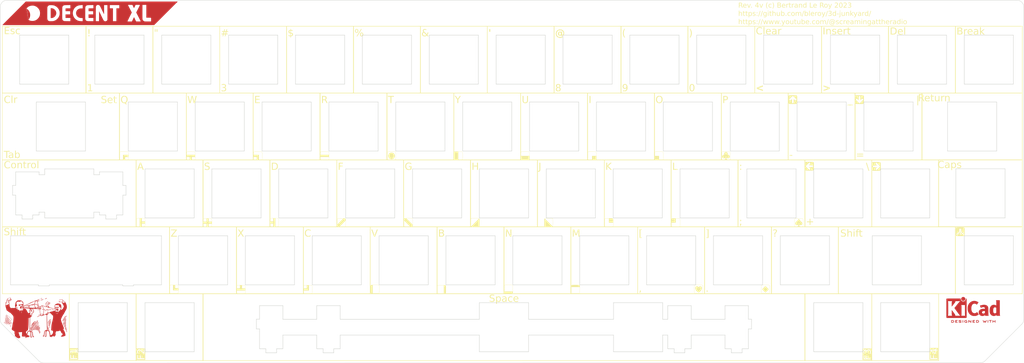
<source format=kicad_pcb>
(kicad_pcb (version 20221018) (generator pcbnew)
  (title_block (title "DecentXL vintage plate") (date "2024-02-15") (rev "4v") (company "Decent Consulting"))
  (layers (0 "F.Cu" signal) (31 "B.Cu" signal) (34 "B.Paste" user) (35 "F.Paste" user) (36 "B.SilkS" user "B.Silkscreen") (37 "F.SilkS" user "F.Silkscreen") (38 "B.Mask" user) (39 "F.Mask" user) (44 "Edge.Cuts" user))
  (net 0 "")
  (footprint "LOGO" (layer "F.Cu") (at 129.8944 84.6636)
    (fp_text reference "G***" hide)
    (fp_text value "LOGO" hide)
  )
  (footprint "DecentXL:MX-1-00U-Hole" (layer "F.Cu") (at 109.5375 95.4)
    (fp_text reference "SWX1" hide)
    (fp_text value "SW_Push_45deg" hide)
    (fp_line (start -7 -7) (end -7 7) (stroke (width 0.12)) (layer "Edge.Cuts"))
    (fp_line (start -7 -7) (end 7 -7) (stroke (width 0.12)) (layer "Edge.Cuts"))
    (fp_line (start -7 7) (end 7 7) (stroke (width 0.12)) (layer "Edge.Cuts"))
    (fp_line (start 7 -7) (end 7 7) (stroke (width 0.12)) (layer "Edge.Cuts"))
  )
  (footprint "DecentXL:MX-1-00U-Hole" (layer "F.Cu") (at 247.65 57.24)
    (fp_text reference "SWP1" hide)
    (fp_text value "SW_Push_45deg" hide)
    (fp_line (start -7 -7) (end -7 7) (stroke (width 0.12)) (layer "Edge.Cuts"))
    (fp_line (start -7 -7) (end 7 -7) (stroke (width 0.12)) (layer "Edge.Cuts"))
    (fp_line (start -7 7) (end 7 7) (stroke (width 0.12)) (layer "Edge.Cuts"))
    (fp_line (start 7 -7) (end 7 7) (stroke (width 0.12)) (layer "Edge.Cuts"))
  )
  (footprint "DecentXL:MX-1-00U-Hole" (layer "F.Cu") (at 80.9625 114.48)
    (fp_text reference "SWFn2" hide)
    (fp_text value "SW_Push_45deg" hide)
    (fp_line (start -7 -7) (end -7 7) (stroke (width 0.12)) (layer "Edge.Cuts"))
    (fp_line (start -7 -7) (end 7 -7) (stroke (width 0.12)) (layer "Edge.Cuts"))
    (fp_line (start -7 7) (end 7 7) (stroke (width 0.12)) (layer "Edge.Cuts"))
    (fp_line (start 7 -7) (end 7 7) (stroke (width 0.12)) (layer "Edge.Cuts"))
  )
  (footprint "LOGO" (layer "F.Cu") (at 225.1444 84.6636)
    (fp_text reference "G***" hide)
    (fp_text value "LOGO" hide)
  )
  (footprint "DecentXL:MX-1-00U-Hole" (layer "F.Cu") (at 257.175 38.16)
    (fp_text reference "SWLT1" hide)
    (fp_text value "SW_Push_45deg" hide)
    (fp_line (start -7 -7) (end -7 7) (stroke (width 0.12)) (layer "Edge.Cuts"))
    (fp_line (start -7 -7) (end 7 -7) (stroke (width 0.12)) (layer "Edge.Cuts"))
    (fp_line (start -7 7) (end 7 7) (stroke (width 0.12)) (layer "Edge.Cuts"))
    (fp_line (start 7 -7) (end 7 7) (stroke (width 0.12)) (layer "Edge.Cuts"))
  )
  (footprint "DecentXL:MX-1-00U-Hole" (layer "F.Cu") (at 252.4125 76.32)
    (fp_text reference "SWSemi1" hide)
    (fp_text value "SW_Push_45deg" hide)
    (fp_line (start -7 -7) (end -7 7) (stroke (width 0.12)) (layer "Edge.Cuts"))
    (fp_line (start -7 -7) (end 7 -7) (stroke (width 0.12)) (layer "Edge.Cuts"))
    (fp_line (start -7 7) (end 7 7) (stroke (width 0.12)) (layer "Edge.Cuts"))
    (fp_line (start 7 -7) (end 7 7) (stroke (width 0.12)) (layer "Edge.Cuts"))
  )
  (footprint "DecentXL:MX-1-00U-Hole" (layer "F.Cu") (at 176.2125 76.32)
    (fp_text reference "SWH1" hide)
    (fp_text value "SW_Push_45deg" hide)
    (fp_line (start -7 -7) (end -7 7) (stroke (width 0.12)) (layer "Edge.Cuts"))
    (fp_line (start -7 -7) (end 7 -7) (stroke (width 0.12)) (layer "Edge.Cuts"))
    (fp_line (start -7 7) (end 7 7) (stroke (width 0.12)) (layer "Edge.Cuts"))
    (fp_line (start 7 -7) (end 7 7) (stroke (width 0.12)) (layer "Edge.Cuts"))
  )
  (footprint "DecentXL:MX-1-00U-Hole" (layer "F.Cu") (at 128.5875 95.4)
    (fp_text reference "SWC1" hide)
    (fp_text value "SW_Push_45deg" hide)
    (fp_line (start -7 -7) (end -7 7) (stroke (width 0.12)) (layer "Edge.Cuts"))
    (fp_line (start -7 -7) (end 7 -7) (stroke (width 0.12)) (layer "Edge.Cuts"))
    (fp_line (start -7 7) (end 7 7) (stroke (width 0.12)) (layer "Edge.Cuts"))
    (fp_line (start 7 -7) (end 7 7) (stroke (width 0.12)) (layer "Edge.Cuts"))
  )
  (footprint "DecentXL:MX-1-00U-Hole" (layer "F.Cu") (at 314.325 38.16)
    (fp_text reference "SWBrk2" hide)
    (fp_text value "SW_Push_45deg" hide)
    (fp_line (start -7 -7) (end -7 7) (stroke (width 0.12)) (layer "Edge.Cuts"))
    (fp_line (start -7 -7) (end 7 -7) (stroke (width 0.12)) (layer "Edge.Cuts"))
    (fp_line (start -7 7) (end 7 7) (stroke (width 0.12)) (layer "Edge.Cuts"))
    (fp_line (start 7 -7) (end 7 7) (stroke (width 0.12)) (layer "Edge.Cuts"))
  )
  (footprint "DecentXL:MX-1-00U-Hole" (layer "F.Cu") (at 90.4875 95.4)
    (fp_text reference "SWZ1" hide)
    (fp_text value "SW_Push_45deg" hide)
    (fp_line (start -7 -7) (end -7 7) (stroke (width 0.12)) (layer "Edge.Cuts"))
    (fp_line (start -7 -7) (end 7 -7) (stroke (width 0.12)) (layer "Edge.Cuts"))
    (fp_line (start -7 7) (end 7 7) (stroke (width 0.12)) (layer "Edge.Cuts"))
    (fp_line (start 7 -7) (end 7 7) (stroke (width 0.12)) (layer "Edge.Cuts"))
  )
  (footprint "DecentXL:MX-1-00U-Hole" (layer "F.Cu") (at 261.9375 95.4)
    (fp_text reference "SWSlash1" hide)
    (fp_text value "SW_Push_45deg" hide)
    (fp_line (start -7 -7) (end -7 7) (stroke (width 0.12)) (layer "Edge.Cuts"))
    (fp_line (start -7 -7) (end 7 -7) (stroke (width 0.12)) (layer "Edge.Cuts"))
    (fp_line (start -7 7) (end 7 7) (stroke (width 0.12)) (layer "Edge.Cuts"))
    (fp_line (start 7 -7) (end 7 7) (stroke (width 0.12)) (layer "Edge.Cuts"))
  )
  (footprint "LOGO" (layer "F.Cu") (at 86.9944 65.6136)
    (fp_text reference "G***" hide)
    (fp_text value "LOGO" hide)
  )
  (footprint "DecentXL:MX-1-00U-Hole" (layer "F.Cu") (at 195.2625 76.32)
    (fp_text reference "SWJ1" hide)
    (fp_text value "SW_Push_45deg" hide)
    (fp_line (start -7 -7) (end -7 7) (stroke (width 0.12)) (layer "Edge.Cuts"))
    (fp_line (start -7 -7) (end 7 -7) (stroke (width 0.12)) (layer "Edge.Cuts"))
    (fp_line (start -7 7) (end 7 7) (stroke (width 0.12)) (layer "Edge.Cuts"))
    (fp_line (start 7 -7) (end 7 7) (stroke (width 0.12)) (layer "Edge.Cuts"))
  )
  (footprint "DecentXL:MX-1-00U-Hole" (layer "F.Cu") (at 314.325 95.4)
    (fp_text reference "SWInv1" hide)
    (fp_text value "SW_Push_45deg" hide)
    (fp_line (start -7 -7) (end -7 7) (stroke (width 0.12)) (layer "Edge.Cuts"))
    (fp_line (start -7 -7) (end 7 -7) (stroke (width 0.12)) (layer "Edge.Cuts"))
    (fp_line (start -7 7) (end 7 7) (stroke (width 0.12)) (layer "Edge.Cuts"))
    (fp_line (start 7 -7) (end 7 7) (stroke (width 0.12)) (layer "Edge.Cuts"))
  )
  (footprint "DecentXL:MX-1-00U-Hole" (layer "F.Cu") (at 266.7 57.24)
    (fp_text reference "SWDash1" hide)
    (fp_text value "SW_Push_45deg" hide)
    (fp_line (start -7 -7) (end -7 7) (stroke (width 0.12)) (layer "Edge.Cuts"))
    (fp_line (start -7 -7) (end 7 -7) (stroke (width 0.12)) (layer "Edge.Cuts"))
    (fp_line (start -7 7) (end 7 7) (stroke (width 0.12)) (layer "Edge.Cuts"))
    (fp_line (start 7 -7) (end 7 7) (stroke (width 0.12)) (layer "Edge.Cuts"))
  )
  (footprint "DecentXL:MX-1-50U-Hole" (layer "F.Cu") (at 309.5625 57.24)
    (fp_text reference "SWRet1" hide)
    (fp_text value "SWITCH" hide)
    (fp_line (start -7 -7) (end -7 7) (stroke (width 0.12)) (layer "Edge.Cuts"))
    (fp_line (start -7 -7) (end 7 -7) (stroke (width 0.12)) (layer "Edge.Cuts"))
    (fp_line (start -7 7) (end 7 7) (stroke (width 0.12)) (layer "Edge.Cuts"))
    (fp_line (start 7 -7) (end 7 7) (stroke (width 0.12)) (layer "Edge.Cuts"))
  )
  (footprint "Symbol:KiCad-Logo2_6mm_Copper" (layer "F.Cu") (at 309.8971 108.830634)
    (fp_text reference "REF**" hide)
    (fp_text value "KiCad-Logo2_6mm_Copper" hide)
  )
  (footprint "LOGO" (layer "F.Cu") (at 282.2944 68.6136 90)
    (fp_text reference "G***" hide)
    (fp_text value "LOGO" hide)
  )
  (footprint "DecentXL:MX-1-75U-Hole" (layer "F.Cu") (at 288.13125 95.4)
    (fp_text reference "SWRightSft1" hide)
    (fp_text value "SW_Push_45deg" hide)
    (fp_line (start -7 -7) (end -7 7) (stroke (width 0.12)) (layer "Edge.Cuts"))
    (fp_line (start -7 -7) (end 7 -7) (stroke (width 0.12)) (layer "Edge.Cuts"))
    (fp_line (start -7 7) (end 7 7) (stroke (width 0.12)) (layer "Edge.Cuts"))
    (fp_line (start 7 -7) (end 7 7) (stroke (width 0.12)) (layer "Edge.Cuts"))
  )
  (footprint "DecentXL:MX-1-00U-Hole" (layer "F.Cu") (at 100.0125 76.32)
    (fp_text reference "SWS1" hide)
    (fp_text value "SW_Push_45deg" hide)
    (fp_line (start -7 -7) (end -7 7) (stroke (width 0.12)) (layer "Edge.Cuts"))
    (fp_line (start -7 -7) (end 7 -7) (stroke (width 0.12)) (layer "Edge.Cuts"))
    (fp_line (start -7 7) (end 7 7) (stroke (width 0.12)) (layer "Edge.Cuts"))
    (fp_line (start 7 -7) (end 7 7) (stroke (width 0.12)) (layer "Edge.Cuts"))
  )
  (footprint "LOGO" (layer "F.Cu") (at 182.2444 65.6136)
    (fp_text reference "G***" hide)
    (fp_text value "LOGO" hide)
  )
  (footprint "LOGO" (layer "F.Cu") (at 139.4444 103.6636)
    (fp_text reference "G***" hide)
    (fp_text value "LOGO" hide)
  )
  (footprint "DecentXL:MX-1-75U-Hole" (layer "F.Cu") (at 50.00625 57.24)
    (fp_text reference "SWTab1" hide)
    (fp_text value "SW_Push_45deg" hide)
    (fp_line (start -7 -7) (end -7 7) (stroke (width 0.12)) (layer "Edge.Cuts"))
    (fp_line (start -7 -7) (end 7 -7) (stroke (width 0.12)) (layer "Edge.Cuts"))
    (fp_line (start -7 7) (end 7 7) (stroke (width 0.12)) (layer "Edge.Cuts"))
    (fp_line (start 7 -7) (end 7 7) (stroke (width 0.12)) (layer "Edge.Cuts"))
  )
  (footprint "DecentXL:MX-1-00U-Hole" (layer "F.Cu") (at 104.775 38.16)
    (fp_text reference "SW3" hide)
    (fp_text value "SW_Push_45deg" hide)
    (fp_line (start -7 -7) (end -7 7) (stroke (width 0.12)) (layer "Edge.Cuts"))
    (fp_line (start -7 -7) (end 7 -7) (stroke (width 0.12)) (layer "Edge.Cuts"))
    (fp_line (start -7 7) (end 7 7) (stroke (width 0.12)) (layer "Edge.Cuts"))
    (fp_line (start 7 -7) (end 7 7) (stroke (width 0.12)) (layer "Edge.Cuts"))
  )
  (footprint "DecentXL:MX-1-00U-Hole" (layer "F.Cu") (at 138.1125 76.32)
    (fp_text reference "SWF1" hide)
    (fp_text value "SW_Push_45deg" hide)
    (fp_line (start -7 -7) (end -7 7) (stroke (width 0.12)) (layer "Edge.Cuts"))
    (fp_line (start -7 -7) (end 7 -7) (stroke (width 0.12)) (layer "Edge.Cuts"))
    (fp_line (start -7 7) (end 7 7) (stroke (width 0.12)) (layer "Edge.Cuts"))
    (fp_line (start 7 -7) (end 7 7) (stroke (width 0.12)) (layer "Edge.Cuts"))
  )
  (footprint "LOGO" (layer "F.Cu") (at 258.4944 49.5636 180)
    (fp_text reference "G***" hide)
    (fp_text value "LOGO" hide)
  )
  (footprint "LOGO" (layer "F.Cu") (at 125.1444 65.6136)
    (fp_text reference "G***" hide)
    (fp_text value "LOGO" hide)
  )
  (footprint "LOGO" (layer "F.Cu") (at 67.9944 65.6136)
    (fp_text reference "G***" hide)
    (fp_text value "LOGO" hide)
  )
  (footprint "DecentXL:MX-1-00U-Hole" (layer "F.Cu") (at 171.45 57.24)
    (fp_text reference "SWY1" hide)
    (fp_text value "SW_Push_45deg" hide)
    (fp_line (start -7 -7) (end -7 7) (stroke (width 0.12)) (layer "Edge.Cuts"))
    (fp_line (start -7 -7) (end 7 -7) (stroke (width 0.12)) (layer "Edge.Cuts"))
    (fp_line (start -7 7) (end 7 7) (stroke (width 0.12)) (layer "Edge.Cuts"))
    (fp_line (start 7 -7) (end 7 7) (stroke (width 0.12)) (layer "Edge.Cuts"))
  )
  (footprint "LOGO" (layer "F.Cu") (at 239.4444 65.6136)
    (fp_text reference "G***" hide)
    (fp_text value "LOGO" hide)
  )
  (footprint "DecentXL:MX-1-00U-Hole" (layer "F.Cu") (at 133.35 57.24)
    (fp_text reference "SWR1" hide)
    (fp_text value "SW_Push_45deg" hide)
    (fp_line (start -7 -7) (end -7 7) (stroke (width 0.12)) (layer "Edge.Cuts"))
    (fp_line (start -7 -7) (end 7 -7) (stroke (width 0.12)) (layer "Edge.Cuts"))
    (fp_line (start -7 7) (end 7 7) (stroke (width 0.12)) (layer "Edge.Cuts"))
    (fp_line (start 7 -7) (end 7 7) (stroke (width 0.12)) (layer "Edge.Cuts"))
  )
  (footprint "LOGO" (layer "F.Cu") (at 260.1944 84.6636)
    (fp_text reference "G***" hide)
    (fp_text value "LOGO" hide)
  )
  (footprint "LOGO" (layer "F.Cu") (at 250.6944 103.6636)
    (fp_text reference "G***" hide)
    (fp_text value "LOGO" hide)
  )
  (footprint "LOGO" (layer "F.Cu") (at 206.0944 84.6636)
    (fp_text reference "G***" hide)
    (fp_text value "LOGO" hide)
  )
  (footprint "LOGO" (layer "F.Cu") (at 163.1944 65.6136)
    (fp_text reference "G***" hide)
    (fp_text value "LOGO" hide)
  )
  (footprint "DecentXL:MX-1-00U-Hole" (layer "F.Cu") (at 119.0625 76.32)
    (fp_text reference "SWD1" hide)
    (fp_text value "SW_Push_45deg" hide)
    (fp_line (start -7 -7) (end -7 7) (stroke (width 0.12)) (layer "Edge.Cuts"))
    (fp_line (start -7 -7) (end 7 -7) (stroke (width 0.12)) (layer "Edge.Cuts"))
    (fp_line (start -7 7) (end 7 7) (stroke (width 0.12)) (layer "Edge.Cuts"))
    (fp_line (start 7 -7) (end 7 7) (stroke (width 0.12)) (layer "Edge.Cuts"))
  )
  (footprint "DecentXL:MX-1-00U-Hole" (layer "F.Cu") (at 95.25 57.24)
    (fp_text reference "SWW1" hide)
    (fp_text value "SW_Push_45deg" hide)
    (fp_line (start -7 -7) (end -7 7) (stroke (width 0.12)) (layer "Edge.Cuts"))
    (fp_line (start -7 -7) (end 7 -7) (stroke (width 0.12)) (layer "Edge.Cuts"))
    (fp_line (start -7 7) (end 7 7) (stroke (width 0.12)) (layer "Edge.Cuts"))
    (fp_line (start 7 -7) (end 7 7) (stroke (width 0.12)) (layer "Edge.Cuts"))
  )
  (footprint "LOGO" (layer "F.Cu") (at 188.9444 84.6136)
    (fp_text reference "G***" hide)
    (fp_text value "LOGO" hide)
  )
  (footprint "LOGO" (layer "F.Cu") (at 177.4944 103.6636)
    (fp_text reference "G***" hide)
    (fp_text value "LOGO" hide)
  )
  (footprint "LOGO" (layer "F.Cu") (at 220.3944 65.6136)
    (fp_text reference "G***" hide)
    (fp_text value "LOGO" hide)
  )
  (footprint "LOGO" (layer "F.Cu") (at 158.4444 103.7136)
    (fp_text reference "G***" hide)
    (fp_text value "LOGO" hide)
  )
  (footprint "DecentXL:MX-1-00U-Hole" (layer "F.Cu") (at 190.5 57.24)
    (fp_text reference "SWU1" hide)
    (fp_text value "SW_Push_45deg" hide)
    (fp_line (start -7 -7) (end -7 7) (stroke (width 0.12)) (layer "Edge.Cuts"))
    (fp_line (start -7 -7) (end 7 -7) (stroke (width 0.12)) (layer "Edge.Cuts"))
    (fp_line (start -7 7) (end 7 7) (stroke (width 0.12)) (layer "Edge.Cuts"))
    (fp_line (start 7 -7) (end 7 7) (stroke (width 0.12)) (layer "Edge.Cuts"))
  )
  (footprint "DecentXL:MX-1-00U-Hole" (layer "F.Cu") (at 161.925 38.16)
    (fp_text reference "SW6" hide)
    (fp_text value "SW_Push_45deg" hide)
    (fp_line (start -7 -7) (end -7 7) (stroke (width 0.12)) (layer "Edge.Cuts"))
    (fp_line (start -7 -7) (end 7 -7) (stroke (width 0.12)) (layer "Edge.Cuts"))
    (fp_line (start -7 7) (end 7 7) (stroke (width 0.12)) (layer "Edge.Cuts"))
    (fp_line (start 7 -7) (end 7 7) (stroke (width 0.12)) (layer "Edge.Cuts"))
  )
  (footprint "DecentXL:MX-1-00U-Hole" (layer "F.Cu") (at 228.6 57.24)
    (fp_text reference "SWO1" hide)
    (fp_text value "SW_Push_45deg" hide)
    (fp_line (start -7 -7) (end -7 7) (stroke (width 0.12)) (layer "Edge.Cuts"))
    (fp_line (start -7 -7) (end 7 -7) (stroke (width 0.12)) (layer "Edge.Cuts"))
    (fp_line (start -7 7) (end 7 7) (stroke (width 0.12)) (layer "Edge.Cuts"))
    (fp_line (start 7 -7) (end 7 7) (stroke (width 0.12)) (layer "Edge.Cuts"))
  )
  (footprint "LOGO" (layer "F.Cu") (at 196.5944 103.6636)
    (fp_text reference "G***" hide)
    (fp_text value "LOGO" hide)
  )
  (footprint "DecentXL:MX-1-25U-Hole" (layer "F.Cu") (at 45.24375 38.16)
    (fp_text reference "SWEsc1" hide)
    (fp_text value "SW_Push_45deg" hide)
    (fp_line (start -7 -7) (end -7 7) (stroke (width 0.12)) (layer "Edge.Cuts"))
    (fp_line (start -7 -7) (end 7 -7) (stroke (width 0.12)) (layer "Edge.Cuts"))
    (fp_line (start -7 7) (end 7 7) (stroke (width 0.12)) (layer "Edge.Cuts"))
    (fp_line (start 7 -7) (end 7 7) (stroke (width 0.12)) (layer "Edge.Cuts"))
  )
  (footprint "DecentXL:MX-1-00U-Hole" (layer "F.Cu") (at 271.4625 76.32)
    (fp_text reference "SWPlus1" hide)
    (fp_text value "SW_Push_45deg" hide)
    (fp_line (start -7 -7) (end -7 7) (stroke (width 0.12)) (layer "Edge.Cuts"))
    (fp_line (start -7 -7) (end 7 -7) (stroke (width 0.12)) (layer "Edge.Cuts"))
    (fp_line (start -7 7) (end 7 7) (stroke (width 0.12)) (layer "Edge.Cuts"))
    (fp_line (start 7 -7) (end 7 7) (stroke (width 0.12)) (layer "Edge.Cuts"))
  )
  (footprint "DecentXL:MX-1-00U-Hole" (layer "F.Cu") (at 200.025 38.16)
    (fp_text reference "SW8" hide)
    (fp_text value "SW_Push_45deg" hide)
    (fp_line (start -7 -7) (end -7 7) (stroke (width 0.12)) (layer "Edge.Cuts"))
    (fp_line (start -7 -7) (end 7 -7) (stroke (width 0.12)) (layer "Edge.Cuts"))
    (fp_line (start -7 7) (end 7 7) (stroke (width 0.12)) (layer "Edge.Cuts"))
    (fp_line (start 7 -7) (end 7 7) (stroke (width 0.12)) (layer "Edge.Cuts"))
  )
  (footprint "DecentXL:MX-1-00U-Hole" (layer "F.Cu") (at 180.975 38.16)
    (fp_text reference "SW7" hide)
    (fp_text value "SW_Push_45deg" hide)
    (fp_line (start -7 -7) (end -7 7) (stroke (width 0.12)) (layer "Edge.Cuts"))
    (fp_line (start -7 -7) (end 7 -7) (stroke (width 0.12)) (layer "Edge.Cuts"))
    (fp_line (start -7 7) (end 7 7) (stroke (width 0.12)) (layer "Edge.Cuts"))
    (fp_line (start 7 -7) (end 7 7) (stroke (width 0.12)) (layer "Edge.Cuts"))
  )
  (footprint "DecentXL:MX-1-00U-Hole" (layer "F.Cu") (at 76.2 57.24)
    (fp_text reference "SWQ1" hide)
    (fp_text value "SW_Push_45deg" hide)
    (fp_line (start -7 -7) (end -7 7) (stroke (width 0.12)) (layer "Edge.Cuts"))
    (fp_line (start -7 -7) (end 7 -7) (stroke (width 0.12)) (layer "Edge.Cuts"))
    (fp_line (start -7 7) (end 7 7) (stroke (width 0.12)) (layer "Edge.Cuts"))
    (fp_line (start 7 -7) (end 7 7) (stroke (width 0.12)) (layer "Edge.Cuts"))
  )
  (footprint "DecentXL:MX-2-00U-Hole" (layer "F.Cu") (at 52.3875 76.32)
    (fp_text reference "SWCtlCaps1" hide)
    (fp_text value "SW_Push_45deg" hide)
    (fp_line (start -16.1544 -2.286) (end -16.1544 0.508) (stroke (width 0.12)) (layer "Edge.Cuts"))
    (fp_line (start -15.268 -6.1468) (end -15.268 -2.286) (stroke (width 0.12)) (layer "Edge.Cuts"))
    (fp_line (start -15.268 -2.286) (end -16.1544 -2.286) (stroke (width 0.12)) (layer "Edge.Cuts"))
    (fp_line (start -15.268 0.508) (end -16.1544 0.508) (stroke (width 0.12)) (layer "Edge.Cuts"))
    (fp_line (start -15.268 0.508) (end -15.268 6.1468) (stroke (width 0.12)) (layer "Edge.Cuts"))
    (fp_line (start -13.462 6.1468) (end -15.268 6.1468) (stroke (width 0.12)) (layer "Edge.Cuts"))
    (fp_line (start -13.462 6.1468) (end -13.462 7.3152) (stroke (width 0.12)) (layer "Edge.Cuts"))
    (fp_line (start -10.414 6.1468) (end -10.414 7.3152) (stroke (width 0.12)) (layer "Edge.Cuts"))
    (fp_line (start -10.414 7.3152) (end -13.462 7.3152) (stroke (width 0.12)) (layer "Edge.Cuts"))
    (fp_line (start -8.6132 -6.1468) (end -15.268 -6.1468) (stroke (width 0.12)) (layer "Edge.Cuts"))
    (fp_line (start -8.6132 -6.1468) (end -8.6132 -5.334) (stroke (width 0.12)) (layer "Edge.Cuts"))
    (fp_line (start -8.6132 -5.334) (end -7 -5.334) (stroke (width 0.12)) (layer "Edge.Cuts"))
    (fp_line (start -8.6132 5.3594) (end -7 5.3594) (stroke (width 0.12)) (layer "Edge.Cuts"))
    (fp_line (start -8.6132 6.1468) (end -10.414 6.1468) (stroke (width 0.12)) (layer "Edge.Cuts"))
    (fp_line (start -8.6132 6.1468) (end -8.6132 5.3594) (stroke (width 0.12)) (layer "Edge.Cuts"))
    (fp_line (start -7 -7) (end -7 -5.334) (stroke (width 0.12)) (layer "Edge.Cuts"))
    (fp_line (start -7 -7) (end 7 -7) (stroke (width 0.12)) (layer "Edge.Cuts"))
    (fp_line (start -7 7) (end -7 5.3594) (stroke (width 0.12)) (layer "Edge.Cuts"))
    (fp_line (start -7 7) (end 7 7) (stroke (width 0.12)) (layer "Edge.Cuts"))
    (fp_line (start 7 -7) (end 7 -5.334) (stroke (width 0.12)) (layer "Edge.Cuts"))
    (fp_line (start 7 7) (end 7 5.3594) (stroke (width 0.12)) (layer "Edge.Cuts"))
    (fp_line (start 8.6132 -6.1468) (end 8.6132 -5.334) (stroke (width 0.12)) (layer "Edge.Cuts"))
    (fp_line (start 8.6132 -6.1468) (end 15.268 -6.1468) (stroke (width 0.12)) (layer "Edge.Cuts"))
    (fp_line (start 8.6132 -5.334) (end 7 -5.334) (stroke (width 0.12)) (layer "Edge.Cuts"))
    (fp_line (start 8.6132 5.3594) (end 7 5.3594) (stroke (width 0.12)) (layer "Edge.Cuts"))
    (fp_line (start 8.6132 6.1468) (end 8.6132 5.3594) (stroke (width 0.12)) (layer "Edge.Cuts"))
    (fp_line (start 8.6132 6.1468) (end 10.414 6.1468) (stroke (width 0.12)) (layer "Edge.Cuts"))
    (fp_line (start 10.414 6.1468) (end 10.414 7.3152) (stroke (width 0.12)) (layer "Edge.Cuts"))
    (fp_line (start 10.414 7.3152) (end 13.462 7.3152) (stroke (width 0.12)) (layer "Edge.Cuts"))
    (fp_line (start 13.462 6.1468) (end 13.462 7.3152) (stroke (width 0.12)) (layer "Edge.Cuts"))
    (fp_line (start 13.462 6.1468) (end 15.268 6.1468) (stroke (width 0.12)) (layer "Edge.Cuts"))
    (fp_line (start 15.268 -6.1468) (end 15.268 -2.286) (stroke (width 0.12)) (layer "Edge.Cuts"))
    (fp_line (start 15.268 -2.286) (end 16.1544 -2.286) (stroke (width 0.12)) (layer "Edge.Cuts"))
    (fp_line (start 15.268 0.508) (end 15.268 6.1468) (stroke (width 0.12)) (layer "Edge.Cuts"))
    (fp_line (start 15.268 0.508) (end 16.1544 0.508) (stroke (width 0.12)) (layer "Edge.Cuts"))
    (fp_line (start 16.1544 -2.286) (end 16.1544 0.508) (stroke (width 0.12)) (layer "Edge.Cuts"))
  )
  (footprint "LOGO" (layer "F.Cu") (at 101.2944 103.7136)
    (fp_text reference "G***" hide)
    (fp_text value "LOGO" hide)
  )
  (footprint "DecentXL:MX-2-50U-Hole" (layer "F.Cu") (at 57.15 95.4)
    (fp_text reference "SWLeftSft1" hide)
    (fp_text value "SW_Push_45deg" hide)
    (fp_line (start -21.5 -7) (end -21.5 7) (stroke (width 0.12)) (layer "Edge.Cuts"))
    (fp_line (start -21.5 -7) (end 21.5 -7) (stroke (width 0.12)) (layer "Edge.Cuts"))
    (fp_line (start -21.5 7) (end -13.524 7) (stroke (width 0.12)) (layer "Edge.Cuts"))
    (fp_line (start -13.524 7) (end -13.524 7.3152) (stroke (width 0.12)) (layer "Edge.Cuts"))
    (fp_line (start -10.476 7) (end -10.476 7.3152) (stroke (width 0.12)) (layer "Edge.Cuts"))
    (fp_line (start -10.476 7) (end 10.476 7) (stroke (width 0.12)) (layer "Edge.Cuts"))
    (fp_line (start -10.476 7.3152) (end -13.524 7.3152) (stroke (width 0.12)) (layer "Edge.Cuts"))
    (fp_line (start 10.476 7) (end 10.476 7.3152) (stroke (width 0.12)) (layer "Edge.Cuts"))
    (fp_line (start 10.476 7.3152) (end 13.524 7.3152) (stroke (width 0.12)) (layer "Edge.Cuts"))
    (fp_line (start 13.524 7) (end 13.524 7.3152) (stroke (width 0.12)) (layer "Edge.Cuts"))
    (fp_line (start 13.524 7) (end 21.5 7) (stroke (width 0.12)) (layer "Edge.Cuts"))
    (fp_line (start 21.5 -7) (end 21.5 7) (stroke (width 0.12)) (layer "Edge.Cuts"))
  )
  (footprint "LOGO" (layer "F.Cu") (at 72.7444 84.6136)
    (fp_text reference "G***" hide)
    (fp_text value "LOGO" hide)
  )
  (footprint "DecentXL:MX-1-00U-Hole" (layer "F.Cu") (at 61.9125 114.48)
    (fp_text reference "SWFn1" hide)
    (fp_text value "SW_Push_45deg" hide)
    (fp_line (start -7 -7) (end -7 7) (stroke (width 0.12)) (layer "Edge.Cuts"))
    (fp_line (start -7 -7) (end 7 -7) (stroke (width 0.12)) (layer "Edge.Cuts"))
    (fp_line (start -7 7) (end 7 7) (stroke (width 0.12)) (layer "Edge.Cuts"))
    (fp_line (start 7 -7) (end 7 7) (stroke (width 0.12)) (layer "Edge.Cuts"))
  )
  (footprint "DecentXL:MX-1-00U-Hole" (layer "F.Cu") (at 290.513 114.48)
    (fp_text reference "SWFn4" hide)
    (fp_text value "SW_Push_45deg" hide)
    (fp_line (start -7 -7) (end -7 7) (stroke (width 0.12)) (layer "Edge.Cuts"))
    (fp_line (start -7 -7) (end 7 -7) (stroke (width 0.12)) (layer "Edge.Cuts"))
    (fp_line (start -7 7) (end 7 7) (stroke (width 0.12)) (layer "Edge.Cuts"))
    (fp_line (start 7 -7) (end 7 7) (stroke (width 0.12)) (layer "Edge.Cuts"))
  )
  (footprint "DecentXL:MX-1-00U-Hole" (layer "F.Cu") (at 219.075 38.16)
    (fp_text reference "SW9" hide)
    (fp_text value "SW_Push_45deg" hide)
    (fp_line (start -7 -7) (end -7 7) (stroke (width 0.12)) (layer "Edge.Cuts"))
    (fp_line (start -7 -7) (end 7 -7) (stroke (width 0.12)) (layer "Edge.Cuts"))
    (fp_line (start -7 7) (end 7 7) (stroke (width 0.12)) (layer "Edge.Cuts"))
    (fp_line (start 7 -7) (end 7 7) (stroke (width 0.12)) (layer "Edge.Cuts"))
  )
  (footprint "DecentXL:MX-1-00U-Hole" (layer "F.Cu") (at 185.7375 95.4)
    (fp_text reference "SWN1" hide)
    (fp_text value "SW_Push_45deg" hide)
    (fp_line (start -7 -7) (end -7 7) (stroke (width 0.12)) (layer "Edge.Cuts"))
    (fp_line (start -7 -7) (end 7 -7) (stroke (width 0.12)) (layer "Edge.Cuts"))
    (fp_line (start -7 7) (end 7 7) (stroke (width 0.12)) (layer "Edge.Cuts"))
    (fp_line (start 7 -7) (end 7 7) (stroke (width 0.12)) (layer "Edge.Cuts"))
  )
  (footprint "LOGO" (layer "F.Cu") (at 201.2944 65.6136)
    (fp_text reference "G***" hide)
    (fp_text value "LOGO" hide)
  )
  (footprint "LOGO" (layer "F.Cu") (at 277.4944 49.5636)
    (fp_text reference "G***" hide)
    (fp_text value "LOGO" hide)
  )
  (footprint "LOGO" (layer "F.Cu") (at 58.304586 24.925786)
    (fp_text reference "G***" hide)
    (fp_text value "LOGO" hide)
  )
  (footprint "LOGO" (layer "F.Cu") (at 82.2444 103.6636)
    (fp_text reference "G***" hide)
    (fp_text value "LOGO" hide)
  )
  (footprint "DecentXL:MX-1-00U-Hole" (layer "F.Cu") (at 157.1625 76.32)
    (fp_text reference "SWG1" hide)
    (fp_text value "SW_Push_45deg" hide)
    (fp_line (start -7 -7) (end -7 7) (stroke (width 0.12)) (layer "Edge.Cuts"))
    (fp_line (start -7 -7) (end 7 -7) (stroke (width 0.12)) (layer "Edge.Cuts"))
    (fp_line (start -7 7) (end 7 7) (stroke (width 0.12)) (layer "Edge.Cuts"))
    (fp_line (start 7 -7) (end 7 7) (stroke (width 0.12)) (layer "Edge.Cuts"))
  )
  (footprint "DecentXL:MX-1-00U-Hole" (layer "F.Cu") (at 290.5125 76.32)
    (fp_text reference "SWStar1" hide)
    (fp_text value "SW_Push_45deg" hide)
    (fp_line (start -7 -7) (end -7 7) (stroke (width 0.12)) (layer "Edge.Cuts"))
    (fp_line (start -7 -7) (end 7 -7) (stroke (width 0.12)) (layer "Edge.Cuts"))
    (fp_line (start -7 7) (end 7 7) (stroke (width 0.12)) (layer "Edge.Cuts"))
    (fp_line (start 7 -7) (end 7 7) (stroke (width 0.12)) (layer "Edge.Cuts"))
  )
  (footprint "LOGO" (layer "F.Cu") (at 148.9444 84.6136)
    (fp_text reference "G***" hide)
    (fp_text value "LOGO" hide)
  )
  (footprint "DecentXL:MX-1-00U-Hole" (layer "F.Cu") (at 80.9625 76.32)
    (fp_text reference "SWA1" hide)
    (fp_text value "SW_Push_45deg" hide)
    (fp_line (start -7 -7) (end -7 7) (stroke (width 0.12)) (layer "Edge.Cuts"))
    (fp_line (start -7 -7) (end 7 -7) (stroke (width 0.12)) (layer "Edge.Cuts"))
    (fp_line (start -7 7) (end 7 7) (stroke (width 0.12)) (layer "Edge.Cuts"))
    (fp_line (start 7 -7) (end 7 7) (stroke (width 0.12)) (layer "Edge.Cuts"))
  )
  (footprint "DecentXL:MX-1-00U-Hole" (layer "F.Cu") (at 214.3125 76.32)
    (fp_text reference "SWK1" hide)
    (fp_text value "SW_Push_45deg" hide)
    (fp_line (start -7 -7) (end -7 7) (stroke (width 0.12)) (layer "Edge.Cuts"))
    (fp_line (start -7 -7) (end 7 -7) (stroke (width 0.12)) (layer "Edge.Cuts"))
    (fp_line (start -7 7) (end 7 7) (stroke (width 0.12)) (layer "Edge.Cuts"))
    (fp_line (start 7 -7) (end 7 7) (stroke (width 0.12)) (layer "Edge.Cuts"))
  )
  (footprint "DecentXL:MX-1-00U-Hole" (layer "F.Cu") (at 233.3625 76.32)
    (fp_text reference "SWL1" hide)
    (fp_text value "SW_Push_45deg" hide)
    (fp_line (start -7 -7) (end -7 7) (stroke (width 0.12)) (layer "Edge.Cuts"))
    (fp_line (start -7 -7) (end 7 -7) (stroke (width 0.12)) (layer "Edge.Cuts"))
    (fp_line (start -7 7) (end 7 7) (stroke (width 0.12)) (layer "Edge.Cuts"))
    (fp_line (start 7 -7) (end 7 7) (stroke (width 0.12)) (layer "Edge.Cuts"))
  )
  (footprint "DecentXL:MX-1-00U-Hole" (layer "F.Cu") (at 147.6375 95.4)
    (fp_text reference "SWV1" hide)
    (fp_text value "SW_Push_45deg" hide)
    (fp_line (start -7 -7) (end -7 7) (stroke (width 0.12)) (layer "Edge.Cuts"))
    (fp_line (start -7 -7) (end 7 -7) (stroke (width 0.12)) (layer "Edge.Cuts"))
    (fp_line (start -7 7) (end 7 7) (stroke (width 0.12)) (layer "Edge.Cuts"))
    (fp_line (start 7 -7) (end 7 7) (stroke (width 0.12)) (layer "Edge.Cuts"))
  )
  (footprint "DecentXL:MX-1-00U-Hole" (layer "F.Cu") (at 276.225 38.16)
    (fp_text reference "SWGT1" hide)
    (fp_text value "SW_Push_45deg" hide)
    (fp_line (start -7 -7) (end -7 7) (stroke (width 0.12)) (layer "Edge.Cuts"))
    (fp_line (start -7 -7) (end 7 -7) (stroke (width 0.12)) (layer "Edge.Cuts"))
    (fp_line (start -7 7) (end 7 7) (stroke (width 0.12)) (layer "Edge.Cuts"))
    (fp_line (start 7 -7) (end 7 7) (stroke (width 0.12)) (layer "Edge.Cuts"))
  )
  (footprint "DecentXL:MX-1-00U-Hole" (layer "F.Cu") (at 209.55 57.24)
    (fp_text reference "SWI1" hide)
    (fp_text value "SW_Push_45deg" hide)
    (fp_line (start -7 -7) (end -7 7) (stroke (width 0.12)) (layer "Edge.Cuts"))
    (fp_line (start -7 -7) (end 7 -7) (stroke (width 0.12)) (layer "Edge.Cuts"))
    (fp_line (start -7 7) (end 7 7) (stroke (width 0.12)) (layer "Edge.Cuts"))
    (fp_line (start 7 -7) (end 7 7) (stroke (width 0.12)) (layer "Edge.Cuts"))
  )
  (footprint "DecentXL:MX-1-00U-Hole" (layer "F.Cu") (at 114.3 57.24)
    (fp_text reference "SWE1" hide)
    (fp_text value "SW_Push_45deg" hide)
    (fp_line (start -7 -7) (end -7 7) (stroke (width 0.12)) (layer "Edge.Cuts"))
    (fp_line (start -7 -7) (end 7 -7) (stroke (width 0.12)) (layer "Edge.Cuts"))
    (fp_line (start -7 7) (end 7 7) (stroke (width 0.12)) (layer "Edge.Cuts"))
    (fp_line (start 7 -7) (end 7 7) (stroke (width 0.12)) (layer "Edge.Cuts"))
  )
  (footprint "DecentXL:MX-1-00U-Hole" (layer "F.Cu") (at 238.125 38.16)
    (fp_text reference "SW0" hide)
    (fp_text value "SW_Push_45deg" hide)
    (fp_line (start -7 -7) (end -7 7) (stroke (width 0.12)) (layer "Edge.Cuts"))
    (fp_line (start -7 -7) (end 7 -7) (stroke (width 0.12)) (layer "Edge.Cuts"))
    (fp_line (start -7 7) (end 7 7) (stroke (width 0.12)) (layer "Edge.Cuts"))
    (fp_line (start 7 -7) (end 7 7) (stroke (width 0.12)) (layer "Edge.Cuts"))
  )
  (footprint "DecentXL:MX-9-00U-Hole" (layer "F.Cu") (at 176.2125 114.48)
    (fp_text reference "SWSpc1" hide)
    (fp_text value "SW_Push_45deg" hide)
    (fp_line (start -70.5164 -2.286) (end -70.5164 0.508) (stroke (width 0.12)) (layer "Edge.Cuts"))
    (fp_line (start -69.63 -6.1468) (end -69.63 -2.286) (stroke (width 0.12)) (layer "Edge.Cuts"))
    (fp_line (start -69.63 -2.286) (end -70.5164 -2.286) (stroke (width 0.12)) (layer "Edge.Cuts"))
    (fp_line (start -69.63 0.508) (end -70.5164 0.508) (stroke (width 0.12)) (layer "Edge.Cuts"))
    (fp_line (start -69.63 0.508) (end -69.63 6.1468) (stroke (width 0.12)) (layer "Edge.Cuts"))
    (fp_line (start -67.824 6.1468) (end -69.63 6.1468) (stroke (width 0.12)) (layer "Edge.Cuts"))
    (fp_line (start -67.824 6.1468) (end -67.824 7.3152) (stroke (width 0.12)) (layer "Edge.Cuts"))
    (fp_line (start -64.776 6.1468) (end -64.776 7.3152) (stroke (width 0.12)) (layer "Edge.Cuts"))
    (fp_line (start -64.776 7.3152) (end -67.824 7.3152) (stroke (width 0.12)) (layer "Edge.Cuts"))
    (fp_line (start -62.9726 -6.1468) (end -69.6274 -6.1468) (stroke (width 0.12)) (layer "Edge.Cuts"))
    (fp_line (start -62.9726 -6.1468) (end -62.9726 -2.25) (stroke (width 0.12)) (layer "Edge.Cuts"))
    (fp_line (start -62.9726 -2.25) (end -53.33 -2.25) (stroke (width 0.12)) (layer "Edge.Cuts"))
    (fp_line (start -62.9726 2.25) (end -53.33 2.25) (stroke (width 0.12)) (layer "Edge.Cuts"))
    (fp_line (start -62.9726 6.1468) (end -64.7786 6.1468) (stroke (width 0.12)) (layer "Edge.Cuts"))
    (fp_line (start -62.9726 6.1468) (end -62.9726 2.25) (stroke (width 0.12)) (layer "Edge.Cuts"))
    (fp_line (start -53.33 -6.1468) (end -53.33 -2.25) (stroke (width 0.12)) (layer "Edge.Cuts"))
    (fp_line (start -53.33 2.25) (end -53.33 6.1468) (stroke (width 0.12)) (layer "Edge.Cuts"))
    (fp_line (start -51.524 6.1468) (end -53.33 6.1468) (stroke (width 0.12)) (layer "Edge.Cuts"))
    (fp_line (start -51.524 6.1468) (end -51.524 7.3152) (stroke (width 0.12)) (layer "Edge.Cuts"))
    (fp_line (start -48.476 6.1468) (end -48.476 7.3152) (stroke (width 0.12)) (layer "Edge.Cuts"))
    (fp_line (start -48.476 7.3152) (end -51.524 7.3152) (stroke (width 0.12)) (layer "Edge.Cuts"))
    (fp_line (start -46.6726 -6.1468) (end -53.3274 -6.1468) (stroke (width 0.12)) (layer "Edge.Cuts"))
    (fp_line (start -46.6726 -6.1468) (end -46.6726 -2.25) (stroke (width 0.12)) (layer "Edge.Cuts"))
    (fp_line (start -46.6726 -2.25) (end -7 -2.25) (stroke (width 0.12)) (layer "Edge.Cuts"))
    (fp_line (start -46.6726 2.25) (end -7 2.25) (stroke (width 0.12)) (layer "Edge.Cuts"))
    (fp_line (start -46.6726 6.1468) (end -48.4786 6.1468) (stroke (width 0.12)) (layer "Edge.Cuts"))
    (fp_line (start -46.6726 6.1468) (end -46.6726 2.25) (stroke (width 0.12)) (layer "Edge.Cuts"))
    (fp_line (start -7 -7) (end -7 -2.25) (stroke (width 0.12)) (layer "Edge.Cuts"))
    (fp_line (start -7 -7) (end 7 -7) (stroke (width 0.12)) (layer "Edge.Cuts"))
    (fp_line (start -7 7) (end -7 2.25) (stroke (width 0.12)) (layer "Edge.Cuts"))
    (fp_line (start -7 7) (end 7 7) (stroke (width 0.12)) (layer "Edge.Cuts"))
    (fp_line (start 7 -7) (end 7 -2.25) (stroke (width 0.12)) (layer "Edge.Cuts"))
    (fp_line (start 7 7) (end 7 2.25) (stroke (width 0.12)) (layer "Edge.Cuts"))
    (fp_line (start 31.2 -7) (end 31.2 -2.25) (stroke (width 0.12)) (layer "Edge.Cuts"))
    (fp_line (start 31.2 -7) (end 45.2 -7) (stroke (width 0.12)) (layer "Edge.Cuts"))
    (fp_line (start 31.2 -2.25) (end 7 -2.25) (stroke (width 0.12)) (layer "Edge.Cuts"))
    (fp_line (start 31.2 2.25) (end 7 2.25) (stroke (width 0.12)) (layer "Edge.Cuts"))
    (fp_line (start 31.2 2.25) (end 31.2 7) (stroke (width 0.12)) (layer "Edge.Cuts"))
    (fp_line (start 31.2 7) (end 45.2 7) (stroke (width 0.12)) (layer "Edge.Cuts"))
    (fp_line (start 45.2 -7) (end 45.2 -2.25) (stroke (width 0.12)) (layer "Edge.Cuts"))
    (fp_line (start 45.2 2.25) (end 45.2 7) (stroke (width 0.12)) (layer "Edge.Cuts"))
    (fp_line (start 46.67 -6.1468) (end 46.67 -2.25) (stroke (width 0.12)) (layer "Edge.Cuts"))
    (fp_line (start 46.67 -2.25) (end 45.2 -2.25) (stroke (width 0.12)) (layer "Edge.Cuts"))
    (fp_line (start 46.67 2.25) (end 45.2 2.25) (stroke (width 0.12)) (layer "Edge.Cuts"))
    (fp_line (start 46.67 6.1468) (end 46.67 2.25) (stroke (width 0.12)) (layer "Edge.Cuts"))
    (fp_line (start 46.67 6.1468) (end 48.476 6.1468) (stroke (width 0.12)) (layer "Edge.Cuts"))
    (fp_line (start 46.6726 -6.1468) (end 53.3274 -6.1468) (stroke (width 0.12)) (layer "Edge.Cuts"))
    (fp_line (start 48.476 6.1468) (end 48.476 7.3152) (stroke (width 0.12)) (layer "Edge.Cuts"))
    (fp_line (start 48.476 7.3152) (end 51.5214 7.3152) (stroke (width 0.12)) (layer "Edge.Cuts"))
    (fp_line (start 51.5214 6.1468) (end 51.5214 7.3152) (stroke (width 0.12)) (layer "Edge.Cuts"))
    (fp_line (start 51.5214 6.1468) (end 53.3274 6.1468) (stroke (width 0.12)) (layer "Edge.Cuts"))
    (fp_line (start 53.3274 -6.1468) (end 53.3274 -2.25) (stroke (width 0.12)) (layer "Edge.Cuts"))
    (fp_line (start 53.3274 2.25) (end 53.3274 6.1468) (stroke (width 0.12)) (layer "Edge.Cuts"))
    (fp_line (start 62.97 -6.1468) (end 62.97 -2.25) (stroke (width 0.12)) (layer "Edge.Cuts"))
    (fp_line (start 62.97 -2.25) (end 53.3274 -2.25) (stroke (width 0.12)) (layer "Edge.Cuts"))
    (fp_line (start 62.97 2.25) (end 53.3274 2.25) (stroke (width 0.12)) (layer "Edge.Cuts"))
    (fp_line (start 62.97 6.1468) (end 62.97 2.25) (stroke (width 0.12)) (layer "Edge.Cuts"))
    (fp_line (start 62.97 6.1468) (end 64.776 6.1468) (stroke (width 0.12)) (layer "Edge.Cuts"))
    (fp_line (start 62.9726 -6.1468) (end 69.6274 -6.1468) (stroke (width 0.12)) (layer "Edge.Cuts"))
    (fp_line (start 64.776 6.1468) (end 64.776 7.3152) (stroke (width 0.12)) (layer "Edge.Cuts"))
    (fp_line (start 64.776 7.3152) (end 67.8214 7.3152) (stroke (width 0.12)) (layer "Edge.Cuts"))
    (fp_line (start 67.8214 6.1468) (end 67.8214 7.3152) (stroke (width 0.12)) (layer "Edge.Cuts"))
    (fp_line (start 67.8214 6.1468) (end 69.6274 6.1468) (stroke (width 0.12)) (layer "Edge.Cuts"))
    (fp_line (start 69.6274 -6.1468) (end 69.6274 -2.286) (stroke (width 0.12)) (layer "Edge.Cuts"))
    (fp_line (start 69.6274 -2.286) (end 70.5138 -2.286) (stroke (width 0.12)) (layer "Edge.Cuts"))
    (fp_line (start 69.6274 0.508) (end 69.6274 6.1468) (stroke (width 0.12)) (layer "Edge.Cuts"))
    (fp_line (start 69.6274 0.508) (end 70.5138 0.508) (stroke (width 0.12)) (layer "Edge.Cuts"))
    (fp_line (start 70.5138 -2.286) (end 70.5138 0.508) (stroke (width 0.12)) (layer "Edge.Cuts"))
  )
  (footprint "DecentXL:MX-1-00U-Hole" (layer "F.Cu") (at 166.6875 95.4)
    (fp_text reference "SWB1" hide)
    (fp_text value "SW_Push_45deg" hide)
    (fp_line (start -7 -7) (end -7 7) (stroke (width 0.12)) (layer "Edge.Cuts"))
    (fp_line (start -7 -7) (end 7 -7) (stroke (width 0.12)) (layer "Edge.Cuts"))
    (fp_line (start -7 7) (end 7 7) (stroke (width 0.12)) (layer "Edge.Cuts"))
    (fp_line (start 7 -7) (end 7 7) (stroke (width 0.12)) (layer "Edge.Cuts"))
  )
  (footprint "MountingHole:MountingHole_2.2mm_M2" (layer "F.Cu") (at 87.1326 24.3678)
    (fp_text reference "REF**" hide)
    (fp_text value "MountingHole_2.2mm_M2" hide)
  )
  (footprint "DecentXL:MX-1-00U-Hole" (layer "F.Cu") (at 242.8875 95.4)
    (fp_text reference "SWPeriod1" hide)
    (fp_text value "SW_Push_45deg" hide)
    (fp_line (start -7 -7) (end -7 7) (stroke (width 0.12)) (layer "Edge.Cuts"))
    (fp_line (start -7 -7) (end 7 -7) (stroke (width 0.12)) (layer "Edge.Cuts"))
    (fp_line (start -7 7) (end 7 7) (stroke (width 0.12)) (layer "Edge.Cuts"))
    (fp_line (start 7 -7) (end 7 7) (stroke (width 0.12)) (layer "Edge.Cuts"))
  )
  (footprint "LOGO" (layer "F.Cu") (at 306.185 87.25)
    (fp_text reference "G***" hide)
    (fp_text value "LOGO" hide)
  )
  (footprint "LOGO" (layer "F.Cu") (at 167.9944 84.6136)
    (fp_text reference "G***" hide)
    (fp_text value "LOGO" hide)
  )
  (footprint "DecentXL:MX-1-00U-Hole" (layer "F.Cu") (at 142.875 38.16)
    (fp_text reference "SW5" hide)
    (fp_text value "SW_Push_45deg" hide)
    (fp_line (start -7 -7) (end -7 7) (stroke (width 0.12)) (layer "Edge.Cuts"))
    (fp_line (start -7 -7) (end 7 -7) (stroke (width 0.12)) (layer "Edge.Cuts"))
    (fp_line (start -7 7) (end 7 7) (stroke (width 0.12)) (layer "Edge.Cuts"))
    (fp_line (start 7 -7) (end 7 7) (stroke (width 0.12)) (layer "Edge.Cuts"))
  )
  (footprint "DecentXL:MX-1-00U-Hole" (layer "F.Cu") (at 123.825 38.16)
    (fp_text reference "SW4" hide)
    (fp_text value "SW_Push_45deg" hide)
    (fp_line (start -7 -7) (end -7 7) (stroke (width 0.12)) (layer "Edge.Cuts"))
    (fp_line (start -7 -7) (end 7 -7) (stroke (width 0.12)) (layer "Edge.Cuts"))
    (fp_line (start -7 7) (end 7 7) (stroke (width 0.12)) (layer "Edge.Cuts"))
    (fp_line (start 7 -7) (end 7 7) (stroke (width 0.12)) (layer "Edge.Cuts"))
  )
  (footprint "DecentXL:MX-1-00U-Hole" (layer "F.Cu") (at 85.725 38.16)
    (fp_text reference "SW2" hide)
    (fp_text value "SW_Push_45deg" hide)
    (fp_line (start -7 -7) (end -7 7) (stroke (width 0.12)) (layer "Edge.Cuts"))
    (fp_line (start -7 -7) (end 7 -7) (stroke (width 0.12)) (layer "Edge.Cuts"))
    (fp_line (start -7 7) (end 7 7) (stroke (width 0.12)) (layer "Edge.Cuts"))
    (fp_line (start 7 -7) (end 7 7) (stroke (width 0.12)) (layer "Edge.Cuts"))
  )
  (footprint "LOGO" (layer "F.Cu") (at 231.6444 103.6636)
    (fp_text reference "G***" hide)
    (fp_text value "LOGO" hide)
  )
  (footprint "LOGO" (layer "F.Cu") (at 263.2444 68.5636 -90)
    (fp_text reference "G***" hide)
    (fp_text value "LOGO" hide)
  )
  (footprint "DecentXL:MX-1-00U-Hole" (layer "F.Cu") (at 66.675 38.16)
    (fp_text reference "SW1" hide)
    (fp_text value "SW_Push_45deg" hide)
    (fp_line (start -7 -7) (end -7 7) (stroke (width 0.12)) (layer "Edge.Cuts"))
    (fp_line (start -7 -7) (end 7 -7) (stroke (width 0.12)) (layer "Edge.Cuts"))
    (fp_line (start -7 7) (end 7 7) (stroke (width 0.12)) (layer "Edge.Cuts"))
    (fp_line (start 7 -7) (end 7 7) (stroke (width 0.12)) (layer "Edge.Cuts"))
  )
  (footprint "LOGO" (layer "F.Cu") (at 106.0944 65.6136)
    (fp_text reference "G***" hide)
    (fp_text value "LOGO" hide)
  )
  (footprint "Library:ScreamingAtTheRadio" (layer "F.Cu") (at 42.8625 110.788125)
    (fp_text reference "G***" hide)
    (fp_text value "LOGO" hide)
  )
  (footprint "LOGO" (layer "F.Cu") (at 110.7944 84.6136)
    (fp_text reference "G***" hide)
    (fp_text value "LOGO" hide)
  )
  (footprint "LOGO" (layer "F.Cu") (at 144.1944 65.6136)
    (fp_text reference "G***" hide)
    (fp_text value "LOGO" hide)
  )
  (footprint "LOGO" (layer "F.Cu") (at 91.7944 84.6636)
    (fp_text reference "G***" hide)
    (fp_text value "LOGO" hide)
  )
  (footprint "MountingHole:MountingHole_2.2mm_M2" (layer "F.Cu") (at 283.997 24.3678)
    (fp_text reference "REF**" hide)
    (fp_text value "MountingHole_2.2mm_M2" hide)
  )
  (footprint "DecentXL:MX-1-25U-Hole" (layer "F.Cu") (at 311.94375 76.29)
    (fp_text reference "SWRet1" hide)
    (fp_text value "SWITCH" hide)
    (fp_line (start -7 -7) (end -7 7) (stroke (width 0.12)) (layer "Edge.Cuts"))
    (fp_line (start -7 -7) (end 7 -7) (stroke (width 0.12)) (layer "Edge.Cuts"))
    (fp_line (start -7 7) (end 7 7) (stroke (width 0.12)) (layer "Edge.Cuts"))
    (fp_line (start 7 -7) (end 7 7) (stroke (width 0.12)) (layer "Edge.Cuts"))
  )
  (footprint "DecentXL:MX-1-00U-Hole" (layer "F.Cu") (at 204.7875 95.4)
    (fp_text reference "SWM1" hide)
    (fp_text value "SW_Push_45deg" hide)
    (fp_line (start -7 -7) (end -7 7) (stroke (width 0.12)) (layer "Edge.Cuts"))
    (fp_line (start -7 -7) (end 7 -7) (stroke (width 0.12)) (layer "Edge.Cuts"))
    (fp_line (start -7 7) (end 7 7) (stroke (width 0.12)) (layer "Edge.Cuts"))
    (fp_line (start 7 -7) (end 7 7) (stroke (width 0.12)) (layer "Edge.Cuts"))
  )
  (footprint "DecentXL:MX-1-00U-Hole" (layer "F.Cu") (at 152.4 57.24)
    (fp_text reference "SWT1" hide)
    (fp_text value "SW_Push_45deg" hide)
    (fp_line (start -7 -7) (end -7 7) (stroke (width 0.12)) (layer "Edge.Cuts"))
    (fp_line (start -7 -7) (end 7 -7) (stroke (width 0.12)) (layer "Edge.Cuts"))
    (fp_line (start -7 7) (end 7 7) (stroke (width 0.12)) (layer "Edge.Cuts"))
    (fp_line (start 7 -7) (end 7 7) (stroke (width 0.12)) (layer "Edge.Cuts"))
  )
  (footprint "LOGO" (layer "F.Cu") (at 120.3444 103.7136)
    (fp_text reference "G***" hide)
    (fp_text value "LOGO" hide)
  )
  (footprint "DecentXL:MX-1-00U-Hole" (layer "F.Cu") (at 295.275 38.16)
    (fp_text reference "SWBrk2" hide)
    (fp_text value "SW_Push_45deg" hide)
    (fp_line (start -7 -7) (end -7 7) (stroke (width 0.12)) (layer "Edge.Cuts"))
    (fp_line (start -7 -7) (end 7 -7) (stroke (width 0.12)) (layer "Edge.Cuts"))
    (fp_line (start -7 7) (end 7 7) (stroke (width 0.12)) (layer "Edge.Cuts"))
    (fp_line (start 7 -7) (end 7 7) (stroke (width 0.12)) (layer "Edge.Cuts"))
  )
  (footprint "DecentXL:MX-1-00U-Hole" (layer "F.Cu") (at 285.75 57.24)
    (fp_text reference "SWEqual1" hide)
    (fp_text value "SW_Push_45deg" hide)
    (fp_line (start -7 -7) (end -7 7) (stroke (width 0.12)) (layer "Edge.Cuts"))
    (fp_line (start -7 -7) (end 7 -7) (stroke (width 0.12)) (layer "Edge.Cuts"))
    (fp_line (start -7 7) (end 7 7) (stroke (width 0.12)) (layer "Edge.Cuts"))
    (fp_line (start 7 -7) (end 7 7) (stroke (width 0.12)) (layer "Edge.Cuts"))
  )
  (footprint "DecentXL:MX-1-00U-Hole" (layer "F.Cu") (at 271.462 114.48)
    (fp_text reference "SWFn3" hide)
    (fp_text value "SW_Push_45deg" hide)
    (fp_line (start -7 -7) (end -7 7) (stroke (width 0.12)) (layer "Edge.Cuts"))
    (fp_line (start -7 -7) (end 7 -7) (stroke (width 0.12)) (layer "Edge.Cuts"))
    (fp_line (start -7 7) (end 7 7) (stroke (width 0.12)) (layer "Edge.Cuts"))
    (fp_line (start 7 -7) (end 7 7) (stroke (width 0.12)) (layer "Edge.Cuts"))
  )
  (footprint "DecentXL:MX-1-00U-Hole" (layer "F.Cu") (at 223.8375 95.4)
    (fp_text reference "SWComma1" hide)
    (fp_text value "SW_Push_45deg" hide)
    (fp_line (start -7 -7) (end -7 7) (stroke (width 0.12)) (layer "Edge.Cuts"))
    (fp_line (start -7 -7) (end 7 -7) (stroke (width 0.12)) (layer "Edge.Cuts"))
    (fp_line (start -7 7) (end 7 7) (stroke (width 0.12)) (layer "Edge.Cuts"))
    (fp_line (start 7 -7) (end 7 7) (stroke (width 0.12)) (layer "Edge.Cuts"))
  )
  (gr_arc (start 322.3 21.2) (mid 323.714232 21.785775) (end 324.3 23.2) (stroke (width 0.1)) (layer "Edge.Cuts"))
  (gr_line (start 32.7019 112.25) (end 32.7019 23.2) (stroke (width 0.1)) (layer "Edge.Cuts"))
  (gr_arc (start 32.7019 23.2) (mid 33.287686 21.785786) (end 34.7019 21.2) (stroke (width 0.1)) (layer "Edge.Cuts"))
  (gr_line (start 33.2877 113.6642) (end 43.73295 124.1142) (stroke (width 0.1)) (layer "Edge.Cuts"))
  (gr_arc (start 324.3 112.2) (mid 324.147742 112.965358) (end 323.7142 113.6142) (stroke (width 0.1)) (layer "Edge.Cuts"))
  (gr_line (start 324.3 112.2) (end 324.3 23.2) (stroke (width 0.1)) (layer "Edge.Cuts"))
  (gr_arc (start 33.2877 113.6642) (mid 32.854159 113.015357) (end 32.7019 112.25) (stroke (width 0.1)) (layer "Edge.Cuts"))
  (gr_arc (start 313.26895 124.0642) (mid 312.620111 124.497739) (end 311.85475 124.65) (stroke (width 0.1)) (layer "Edge.Cuts"))
  (gr_line (start 311.85475 124.65) (end 45.14715 124.7) (stroke (width 0.1)) (layer "Edge.Cuts"))
  (gr_arc (start 45.14715 124.7) (mid 44.381774 124.547775) (end 43.73295 124.1142) (stroke (width 0.1)) (layer "Edge.Cuts"))
  (gr_line (start 323.7142 113.6142) (end 313.26895 124.0642) (stroke (width 0.1)) (layer "Edge.Cuts"))
  (gr_line (start 34.7019 21.2) (end 322.3 21.2) (stroke (width 0.1)) (layer "Edge.Cuts"))
  (gr_text "'" (at 171.7294 29.4986) (layer "F.SilkS") (effects (font (size 2 2) (thickness 0.4) bold) (justify left top)))
  (gr_text "]" (at 233.6419 86.6486) (layer "F.SilkS") (effects (font (size 2 2)) (justify left top)))
  (gr_text "Caps" (at 306.6 67.08) (layer "F.SilkS") (effects (font (size 2 2)) (justify right top)))
  (gr_text "+" (at 262.2169 85.6486) (layer "F.SilkS") (effects (font (size 2 2)) (justify left bottom)))
  (gr_text "Shift" (at 272.005 86.6486) (layer "F.SilkS") (effects (font (size 2 2)) (justify left top)))
  (gr_text "Y" (at 162.2044 48.5486) (layer "F.SilkS") (effects (font (size 2 2)) (justify left top)))
  (gr_text "F3" (at 279.845 123.94 90) (layer "F.SilkS" knockout) (effects (font (size 2 2)) (justify left)))
  (gr_text "?" (at 252.6919 86.6486) (layer "F.SilkS") (effects (font (size 2 2)) (justify left top)))
  (gr_text "Q" (at 66.9544 48.5486) (layer "F.SilkS") (effects (font (size 2 2)) (justify left top)))
  (gr_text ")" (at 228.8794 29.4986) (layer "F.SilkS") (effects (font (size 2 2)) (justify left top)))
  (gr_text "&" (at 152.6794 29.4986) (layer "F.SilkS") (effects (font (size 2 2)) (justify left top)))
  (gr_text "X" (at 100.2919 86.6486) (layer "F.SilkS") (effects (font (size 2 2)) (justify left top)))
  (gr_text "#" (at 95.5294 29.4986) (layer "F.SilkS") (effects (font (size 2 2)) (justify left top)))
  (gr_text "M" (at 195.5419 86.6486) (layer "F.SilkS") (effects (font (size 2 2)) (justify left top)))
  (gr_text "_" (at 275.5044 48.5486) (layer "F.SilkS") (effects (font (size 2 2)) (justify right top)))
  (gr_text "Return" (at 303.39 48.04) (layer "F.SilkS") (effects (font (size 2 2)) (justify right top)))
  (gr_text "Control" (at 33.7154 68.32) (layer "F.SilkS") (effects (font (size 2 2)) (justify left)))
  (gr_text "9" (at 209.8294 46.357975) (layer "F.SilkS") (effects (font (size 2 2)) (justify left)))
  (gr_text "Insert" (at 266.954 28.956) (layer "F.SilkS") (effects (font (size 2 2)) (justify left top)))
  (gr_text "Tab" (at 33.7154 66.5748) (layer "F.SilkS") (effects (font (size 2 2)) (justify left bottom)))
  (gr_text ">" (at 266.954 46.355) (layer "F.SilkS") (effects (font (size 2 2) (thickness 0.4) bold) (justify left)))
  (gr_text ":" (at 243.1669 67.5986) (layer "F.SilkS") (effects (font (size 2 2)) (justify left top)))
  (gr_text "F2" (at 72.975 123.87 90) (layer "F.SilkS" knockout) (effects (font (size 2 2)) (justify left)))
  (gr_text "R" (at 124.1044 48.5486) (layer "F.SilkS") (effects (font (size 2 2)) (justify left top)))
  (gr_text "Shift" (at 33.7154 86.25) (layer "F.SilkS") (effects (font (size 2 2)) (justify left top)))
  (gr_text "|" (at 294.5544 48.5486) (layer "F.SilkS") (effects (font (size 2 2)) (justify right top)))
  (gr_text "B" (at 157.4419 86.6486) (layer "F.SilkS") (effects (font (size 2 2)) (justify left top)))
  (gr_text "G" (at 147.9169 67.5986) (layer "F.SilkS") (effects (font (size 2 2)) (justify left top)))
  (gr_text "Clear" (at 247.9294 28.956) (layer "F.SilkS") (effects (font (size 2 2)) (justify left top)))
  (gr_text "1" (at 57.4294 46.357975) (layer "F.SilkS") (effects (font (size 2 2)) (justify left)))
  (gr_text "J" (at 186.0169 67.5986) (layer "F.SilkS") (effects (font (size 2 2)) (justify left top)))
  (gr_text "V" (at 138.3919 86.6486) (layer "F.SilkS") (effects (font (size 2 2)) (justify left top)))
  (gr_text ";" (at 243.1669 85.6486) (layer "F.SilkS") (effects (font (size 2 2)) (justify left bottom)))
  (gr_text "W" (at 86.0044 48.5486) (layer "F.SilkS") (effects (font (size 2 2)) (justify left top)))
  (gr_text "Esc" (at 33.736 28.8762) (layer "F.SilkS") (effects (font (size 2 2)) (justify left top)))
  (gr_text "A" (at 71.7169 67.5986) (layer "F.SilkS") (effects (font (size 2 2)) (justify left top)))
  (gr_text "." (at 233.6419 104.6986) (layer "F.SilkS") (effects (font (size 2 2)) (justify left bottom)))
  (gr_text "-" (at 257.4544 66.5986) (layer "F.SilkS") (effects (font (size 2 2)) (justify left bottom)))
  (gr_text "=" (at 276.5044 66.5986) (layer "F.SilkS") (effects (font (size 2 2)) (justify left bottom)))
  (gr_text "{dblquote}" (at 76.4794 29.4986) (layer "F.SilkS") (effects (font (size 2 2)) (justify left top)))
  (gr_text "[" (at 214.5919 86.6486) (layer "F.SilkS") (effects (font (size 2 2)) (justify left top)))
  (gr_text "!" (at 57.4294 29.4986) (layer "F.SilkS") (effects (font (size 2 2)) (justify left top)))
  (gr_text "F1" (at 53.8742 123.8192 90) (layer "F.SilkS" knockout) (effects (font (size 2 2)) (justify left)))
  (gr_text "L" (at 224.1169 67.5986) (layer "F.SilkS") (effects (font (size 2 2)) (justify left top)))
  (gr_text "(" (at 209.8294 29.4986) (layer "F.SilkS") (effects (font (size 2 2)) (justify left top)))
  (gr_text "H" (at 166.9669 67.5986) (layer "F.SilkS") (effects (font (size 2 2)) (justify left top)))
  (gr_text "," (at 214.5919 104.6986) (layer "F.SilkS") (effects (font (size 2 2)) (justify left bottom)))
  (gr_text "Break" (at 305.11 30.183701) (layer "F.SilkS") (effects (font (size 2 2)) (justify left)))
  (gr_text "C" (at 119.3419 86.6486) (layer "F.SilkS") (effects (font (size 2 2)) (justify left top)))
  (gr_text "D" (at 109.8169 67.5986) (layer "F.SilkS") (effects (font (size 2 2)) (justify left top)))
  (gr_text "8" (at 190.7794 46.357975) (layer "F.SilkS") (effects (font (size 2 2)) (justify left)))
  (gr_text "F4" (at 298.845 123.84 90) (layer "F.SilkS" knockout) (effects (font (size 2 2)) (justify left)))
  (gr_text "Rev. 4v (c) Bertrand Le Roy 2023\nhttps://github.com/bleroy/3d-junkyard/\nhttps://www.youtube.com/@screamingattheradio" (at 242.94 25.1) (layer "F.SilkS") (effects (font (size 1.4 1.4)) (justify left)))
  (gr_text "Del" (at 286.09 30.183701) (layer "F.SilkS") (effects (font (size 2 2)) (justify left)))
  (gr_text "3" (at 95.5294 46.357975) (layer "F.SilkS") (effects (font (size 2 2)) (justify left)))
  (gr_text "Space" (at 176.205 106.41) (layer "F.SilkS") (effects (font (size 2 2))))
  (gr_text "K" (at 205.0669 67.5986) (layer "F.SilkS") (effects (font (size 2 2)) (justify left top)))
  (gr_text "I" (at 200.3044 48.5486) (layer "F.SilkS") (effects (font (size 2 2)) (justify left top)))
  (gr_text "@" (at 190.7794 29.4986) (layer "F.SilkS") (effects (font (size 2 2) (thickness 0.4) bold) (justify left top)))
  (gr_text "\\" (at 280.2669 67.5986) (layer "F.SilkS") (effects (font (size 2 2)) (justify right top)))
  (gr_text "$" (at 114.5794 29.4986) (layer "F.SilkS") (effects (font (size 2 2)) (justify left top)))
  (gr_text "Z" (at 81.2419 86.6486) (layer "F.SilkS") (effects (font (size 2 2)) (justify left top)))
  (gr_text "Clr" (at 33.7154 48.5248) (layer "F.SilkS") (effects (font (size 2 2)) (justify left top)))
  (gr_text "S" (at 90.7669 67.5986) (layer "F.SilkS") (effects (font (size 2 2)) (justify left top)))
  (gr_text "P" (at 238.4044 48.5486) (layer "F.SilkS") (effects (font (size 2 2)) (justify left top)))
  (gr_text "E" (at 105.0544 48.5486) (layer "F.SilkS") (effects (font (size 2 2)) (justify left top)))
  (gr_text "F" (at 128.8669 67.5986) (layer "F.SilkS") (effects (font (size 2 2)) (justify left top)))
  (gr_text "U" (at 181.2544 48.5486) (layer "F.SilkS") (effects (font (size 2 2)) (justify left top)))
  (gr_text "%" (at 133.6294 29.4986) (layer "F.SilkS") (effects (font (size 2 2)) (justify left top)))
  (gr_text "<" (at 247.9294 46.357975) (layer "F.SilkS") (effects (font (size 2 2) (thickness 0.4) bold) (justify left)))
  (gr_text "0" (at 228.8794 46.357975) (layer "F.SilkS") (effects (font (size 2 2)) (justify left)))
  (gr_text "O" (at 219.3544 48.5486) (layer "F.SilkS") (effects (font (size 2 2)) (justify left top)))
  (gr_text "Set" (at 65.9544 48.5486) (layer "F.SilkS") (effects (font (size 2 2)) (justify right top)))
  (gr_text "N" (at 176.4919 86.6486) (layer "F.SilkS") (effects (font (size 2 2)) (justify left top)))
  (gr_text "T" (at 143.1544 48.5486) (layer "F.SilkS") (effects (font (size 2 2)) (justify left top)))
)
</source>
